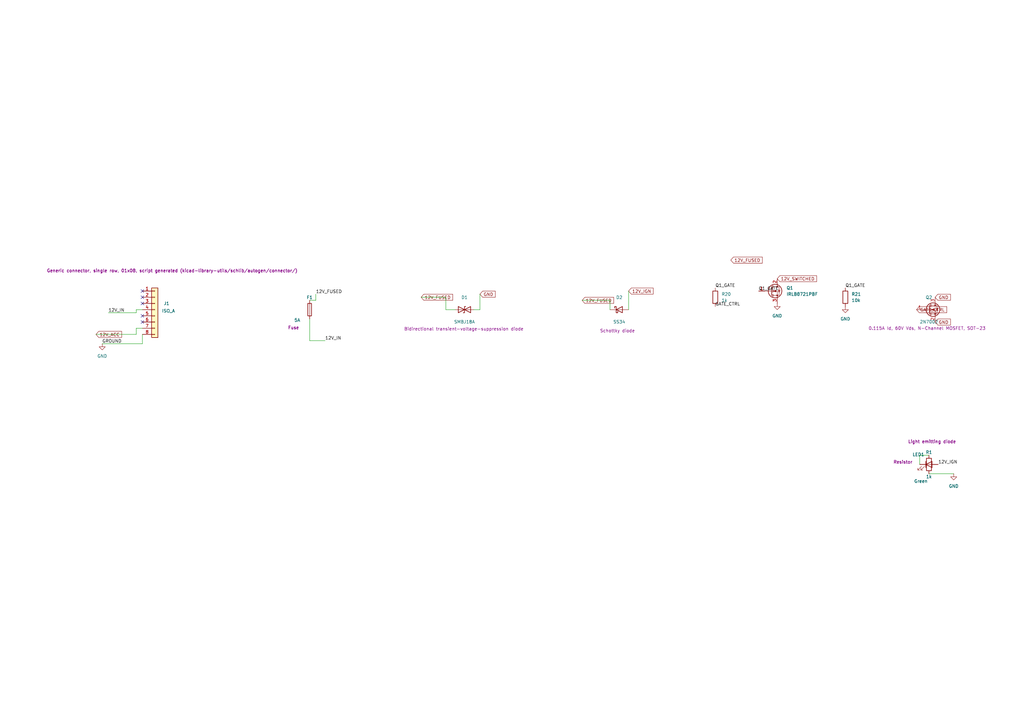
<source format=kicad_sch>
(kicad_sch (version 20250114) (generator "eeschema") (generator_version "9.0")
  (paper "A3")
  (title_block (title "WRX Power & CAN HAT") (date "2026-02-02T00:08:32.410828") (rev "1.0") (company "Auto-generated by Python"))
  (junction (at 114.3 334.01))
  (junction (at 127 349.25))
  (no_connect (at 642.62 317.5))
  (no_connect (at 58.42 119.38))
  (no_connect (at 58.42 121.92))
  (no_connect (at 58.42 124.46))
  (no_connect (at 58.42 129.54))
  (no_connect (at 58.42 132.08))
  (no_connect (at 439.42 515.62))
  (no_connect (at 439.42 518.16))
  (no_connect (at 439.42 520.7))
  (no_connect (at 439.42 523.24))
  (no_connect (at 439.42 525.78))
  (no_connect (at 642.62 320.04))
  (no_connect (at 629.92 571.5))
  (no_connect (at 502.92 571.5))
  (no_connect (at 693.42 568.96))
  (no_connect (at 693.42 571.5))
  (no_connect (at 693.42 574.04))
  (no_connect (at 820.42 756.92))
  (no_connect (at 820.42 759.46))
  (no_connect (at 820.42 762))
  (no_connect (at 820.42 764.54))
  (no_connect (at 820.42 767.08))
  (no_connect (at 375.92 675.64))
  (no_connect (at 375.92 693.42))
  (no_connect (at 375.92 695.96))
  (no_connect (at 388.62 708.66))
  (no_connect (at 375.92 711.2))
  (no_connect (at 388.62 716.28))
  (no_connect (at 388.62 718.82))
  (no_connect (at 375.92 721.36))
  (no_connect (at 375.92 690.88))
  (no_connect (at 439.42 571.5))
  (no_connect (at 375.92 708.66))
  (no_connect (at 459.74 129.54))
  (no_connect (at 566.42 701.04))
  (no_connect (at 375.92 680.72))
  (no_connect (at 388.62 721.36))
  (no_connect (at 459.74 139.7))
  (no_connect (at 561.34 701.04))
  (no_connect (at 13.97 617.22))
  (no_connect (at 566.42 695.96))
  (no_connect (at 439.42 510.54))
  (no_connect (at 566.42 718.82))
  (no_connect (at 439.42 513.08))
  (no_connect (at 629.92 317.5))
  (no_connect (at 388.62 693.42))
  (no_connect (at 375.92 723.9))
  (no_connect (at 388.62 723.9))
  (no_connect (at 566.42 708.66))
  (no_connect (at 566.42 698.5))
  (no_connect (at 439.42 574.04))
  (no_connect (at 388.62 698.5))
  (no_connect (at 375.92 716.28))
  (no_connect (at 429.26 137.16))
  (no_connect (at 388.62 685.8))
  (no_connect (at 375.92 706.12))
  (no_connect (at 459.74 132.08))
  (no_connect (at 388.62 695.96))
  (no_connect (at 439.42 505.46))
  (no_connect (at 375.92 688.34))
  (no_connect (at 388.62 683.26))
  (no_connect (at 388.62 711.2))
  (no_connect (at 629.92 320.04))
  (no_connect (at 388.62 713.74))
  (no_connect (at 375.92 678.18))
  (no_connect (at 375.92 713.74))
  (no_connect (at 388.62 706.12))
  (no_connect (at 459.74 134.62))
  (no_connect (at 388.62 690.88))
  (no_connect (at 566.42 716.28))
  (no_connect (at 375.92 718.82))
  (no_connect (at 375.92 683.26))
  (no_connect (at 459.74 137.16))
  (no_connect (at 439.42 528.32))
  (no_connect (at 439.42 508))
  (wire (pts (xy 196.85 120.65) (xy 196.85 127)))
  (wire (pts (xy 55.88 128.27) (xy 55.88 127)))
  (wire (pts (xy 238.76 123.19) (xy 250.19 123.19)))
  (wire (pts (xy 127 139.7) (xy 127 130.81)))
  (wire (pts (xy 41.91 140.97) (xy 58.42 140.97)))
  (wire (pts (xy 377.19 186.69) (xy 381 186.69)))
  (wire (pts (xy 139.7 344.17) (xy 140.97 344.17)))
  (wire (pts (xy 504.19 317.5) (xy 504.19 377.19)))
  (wire (pts (xy 504.19 377.19) (xy 508 377.19)))
  (wire (pts (xy 567.69 317.5) (xy 567.69 377.19)))
  (wire (pts (xy 567.69 377.19) (xy 571.5 377.19)))
  (wire (pts (xy 172.72 121.92) (xy 182.88 121.92)))
  (wire (pts (xy 182.88 127) (xy 186.69 127)))
  (wire (pts (xy 55.88 134.62) (xy 58.42 134.62)))
  (wire (pts (xy 44.45 128.27) (xy 55.88 128.27)))
  (wire (pts (xy 129.54 120.65) (xy 129.54 123.19)))
  (wire (pts (xy 55.88 127) (xy 58.42 127)))
  (wire (pts (xy 381 194.31) (xy 391.16 194.31)))
  (wire (pts (xy 58.42 140.97) (xy 58.42 137.16)))
  (wire (pts (xy 196.85 127) (xy 194.31 127)))
  (wire (pts (xy 250.19 123.19) (xy 250.19 127)))
  (wire (pts (xy 182.88 121.92) (xy 182.88 127)))
  (wire (pts (xy 113.03 334.01) (xy 114.3 334.01)))
  (wire (pts (xy 129.54 123.19) (xy 127 123.19)))
  (wire (pts (xy 133.35 139.7) (xy 127 139.7)))
  (wire (pts (xy 257.81 119.38) (xy 257.81 127)))
  (wire (pts (xy 113.03 339.09) (xy 114.3 339.09)))
  (wire (pts (xy 127 349.25) (xy 127 350.52)))
  (wire (pts (xy 39.37 137.16) (xy 55.88 137.16)))
  (wire (pts (xy 139.7 339.09) (xy 140.97 339.09)))
  (wire (pts (xy 377.19 186.69) (xy 377.19 190.5)))
  (wire (pts (xy 55.88 137.16) (xy 55.88 134.62)))
  (wire (pts (xy 373.38 433.07) (xy 374.65 433.07)))
  (label "CANH" (at 581.66 698.5 0))
  (label "U1_FB" (at 139.7 344.17 0))
  (label "U1_FB" (at 254 384.81 0))
  (label "GND" (at 356.87 438.15 0))
  (label "CAN_RX" (at 561.34 698.5 0))
  (label "12V_IN" (at 133.35 139.7 0))
  (label "GND" (at 444.5 147.32 0))
  (label "IGN_DETECT" (at 269.24 505.46 0))
  (label "12V_IN" (at 44.45 128.27 0))
  (label "+5V" (at 190.5 321.31 0))
  (label "CAN_INT" (at 459.74 127 0))
  (label "OSC2" (at 422.91 147.32 0))
  (label "SPI_SCLK" (at 429.26 119.38 0))
  (label "GND" (at 254 523.24 0))
  (label "Q1_GATE" (at 293.37 118.11 0))
  (global_label "12V_ACC" (shape input) (at 39.37 137.16 0) (property "Intersheetrefs" "${INTERSHEET_REFS}" (effects (hide yes))))
  (label "OSC1" (at 433.07 149.86 0))
  (label "12V_IGN" (at 113.03 339.09 0))
  (label "U1_BOOT" (at 139.7 334.01 0))
  (label "Q1_GATE" (at 311.15 119.38 0))
  (label "GND" (at 561.34 703.58 0))
  (label "GND" (at 433.07 157.48 0))
  (label "OSC2" (at 424.18 152.4 0))
  (label "U1_SW" (at 168.91 342.9 0))
  (label "U1_SW" (at 190.5 313.69 0))
  (label "GND" (at 127 350.52 0))
  (label "GROUND" (at 41.91 140.97 0))
  (label "U1_BOOT" (at 168.91 350.52 0))
  (label "+5V" (at 373.38 433.07 0))
  (label "SPI_MOSI" (at 429.26 111.76 0))
  (label "+3.3V" (at 459.74 142.24 0))
  (label "+5V" (at 356.87 430.53 0))
  (label "OSC1" (at 429.26 134.62 0))
  (label "+3.3V" (at 444.5 106.68 0))
  (label "U1_SW" (at 140.97 339.09 0))
  (label "RESET" (at 269.24 513.08 0))
  (label "Q1_GATE" (at 346.71 118.11 0))
  (label "GND" (at 254 377.19 0))
  (label "HEARTBEAT_LED" (at 269.24 500.38 0))
  (label "TIMER_LED" (at 269.24 502.92 0))
  (label "CAN_RX" (at 459.74 111.76 0))
  (label "+3.3V" (at 403.86 431.8 0))
  (label "CAN_TX" (at 561.34 695.96 0))
  (label "GND" (at 424.18 160.02 0))
  (label "12V_IGN" (at 113.03 334.01 0))
  (label "SHUTDOWN_REQ" (at 269.24 510.54 0))
  (label "GND" (at 571.5 708.66 0))
  (label "OSC2" (at 429.26 132.08 0))
  (label "GND" (at 403.86 439.42 0))
  (label "+3.3V" (at 571.5 690.88 0))
  (label "GND" (at 381 440.69 0))
  (label "12V_IGN" (at 384.81 190.5 0))
  (label "+3.3V" (at 388.62 433.07 0))
  (label "GATE_CTRL" (at 293.37 125.73 0))
  (label "CANL" (at 581.66 701.04 0))
  (label "OSC1" (at 430.53 147.32 0))
  (label "+3.3V" (at 254 492.76 0))
  (label "GATE_CTRL" (at 269.24 508 0))
  (label "U1_FB" (at 317.5 384.81 0))
  (label "CAN_TX" (at 459.74 114.3 0))
  (label "SPI_CE0" (at 429.26 116.84 0))
  (label "+5V" (at 317.5 377.19 0))
  (label "SPI_MISO" (at 429.26 114.3 0))
  (label "12V_FUSED" (at 129.54 120.65 0))
  (global_label "SPI_SCLK" (shape input) (at 439.42 495.3 0) (property "Intersheetrefs" "${INTERSHEET_REFS}" (effects (hide yes))))
  (global_label "IGN_DETECT" (shape input) (at 317.5 567.69 0) (property "Intersheetrefs" "${INTERSHEET_REFS}" (effects (hide yes))))
  (global_label "GATE_CTRL" (shape input) (at 444.5 186.69 0) (property "Intersheetrefs" "${INTERSHEET_REFS}" (effects (hide yes))))
  (global_label "SPI_MOSI" (shape input) (at 439.42 497.84 0) (property "Intersheetrefs" "${INTERSHEET_REFS}" (effects (hide yes))))
  (global_label "GND" (shape input) (at 254 702.31 0) (property "Intersheetrefs" "${INTERSHEET_REFS}" (effects (hide yes))))
  (global_label "GND" (shape input) (at 383.54 132.08 0) (property "Intersheetrefs" "${INTERSHEET_REFS}" (effects (hide yes))))
  (global_label "SPI_SCLK" (shape input) (at 436.88 129.54 0) (property "Intersheetrefs" "${INTERSHEET_REFS}" (effects (hide yes))))
  (global_label "Q2_GATE" (shape input) (at 508 186.69 0) (property "Intersheetrefs" "${INTERSHEET_REFS}" (effects (hide yes))))
  (global_label "SPI_MISO" (shape input) (at 439.42 490.22 0) (property "Intersheetrefs" "${INTERSHEET_REFS}" (effects (hide yes))))
  (global_label "GND" (shape input) (at 383.54 121.92 0) (property "Intersheetrefs" "${INTERSHEET_REFS}" (effects (hide yes))))
  (global_label "GND" (shape input) (at 134.62 701.04 0) (property "Intersheetrefs" "${INTERSHEET_REFS}" (effects (hide yes))))
  (global_label "CAN_TX" (shape input) (at 566.42 680.72 0) (property "Intersheetrefs" "${INTERSHEET_REFS}" (effects (hide yes))))
  (global_label "CANL" (shape input) (at 566.42 690.88 0) (property "Intersheetrefs" "${INTERSHEET_REFS}" (effects (hide yes))))
  (global_label "+3.3V" (shape input) (at 132.08 701.04 0) (property "Intersheetrefs" "${INTERSHEET_REFS}" (effects (hide yes))))
  (global_label "+3.3V" (shape input) (at 127 567.69 0) (property "Intersheetrefs" "${INTERSHEET_REFS}" (effects (hide yes))))
  (global_label "GND" (shape input) (at 127 575.31 0) (property "Intersheetrefs" "${INTERSHEET_REFS}" (effects (hide yes))))
  (global_label "+5V" (shape input) (at 190.5 694.69 0) (property "Intersheetrefs" "${INTERSHEET_REFS}" (effects (hide yes))))
  (global_label "GND" (shape input) (at 190.5 702.31 0) (property "Intersheetrefs" "${INTERSHEET_REFS}" (effects (hide yes))))
  (global_label "GND" (shape input) (at 254 575.31 0) (property "Intersheetrefs" "${INTERSHEET_REFS}" (effects (hide yes))))
  (global_label "+3.3V" (shape input) (at 444.5 377.19 0) (property "Intersheetrefs" "${INTERSHEET_REFS}" (effects (hide yes))))
  (global_label "GND" (shape input) (at 444.5 384.81 0) (property "Intersheetrefs" "${INTERSHEET_REFS}" (effects (hide yes))))
  (global_label "XTAL2" (shape input) (at 635 186.69 0) (property "Intersheetrefs" "${INTERSHEET_REFS}" (effects (hide yes))))
  (global_label "GND" (shape input) (at 635 194.31 0) (property "Intersheetrefs" "${INTERSHEET_REFS}" (effects (hide yes))))
  (global_label "+3.3V" (shape input) (at 381 504.19 0) (property "Intersheetrefs" "${INTERSHEET_REFS}" (effects (hide yes))))
  (global_label "RESET" (shape input) (at 381 511.81 0) (property "Intersheetrefs" "${INTERSHEET_REFS}" (effects (hide yes))))
  (global_label "CAN_INT" (shape input) (at 444.5 123.19 0) (property "Intersheetrefs" "${INTERSHEET_REFS}" (effects (hide yes))))
  (global_label "FAN_PWM" (shape input) (at 571.5 567.69 0) (property "Intersheetrefs" "${INTERSHEET_REFS}" (effects (hide yes))))
  (global_label "GND" (shape input) (at 571.5 575.31 0) (property "Intersheetrefs" "${INTERSHEET_REFS}" (effects (hide yes))))
  (global_label "12V_FUSED" (shape input) (at 299.72 106.68 0) (property "Intersheetrefs" "${INTERSHEET_REFS}" (effects (hide yes))))
  (global_label "GND" (shape input) (at 317.5 575.31 0) (property "Intersheetrefs" "${INTERSHEET_REFS}" (effects (hide yes))))
  (global_label "GND" (shape input) (at 388.62 680.72 0) (property "Intersheetrefs" "${INTERSHEET_REFS}" (effects (hide yes))))
  (global_label "+5V" (shape input) (at 388.62 675.64 0) (property "Intersheetrefs" "${INTERSHEET_REFS}" (effects (hide yes))))
  (global_label "+3.3V" (shape input) (at 439.42 492.76 0) (property "Intersheetrefs" "${INTERSHEET_REFS}" (effects (hide yes))))
  (global_label "RESET" (shape input) (at 439.42 500.38 0) (property "Intersheetrefs" "${INTERSHEET_REFS}" (effects (hide yes))))
  (global_label "IGN_DETECT" (shape input) (at 132.08 695.96 0) (property "Intersheetrefs" "${INTERSHEET_REFS}" (effects (hide yes))))
  (global_label "+3.3V" (shape input) (at 571.5 194.31 0) (property "Intersheetrefs" "${INTERSHEET_REFS}" (effects (hide yes))))
  (global_label "SPI_SCLK" (shape input) (at 375.92 703.58 0) (property "Intersheetrefs" "${INTERSHEET_REFS}" (effects (hide yes))))
  (global_label "GND" (shape input) (at 820.42 769.62 0) (property "Intersheetrefs" "${INTERSHEET_REFS}" (effects (hide yes))))
  (global_label "HEARTBEAT_LED" (shape input) (at 254 500.38 0) (property "Intersheetrefs" "${INTERSHEET_REFS}" (effects (hide yes))))
  (global_label "HEARTBEAT_LED" (shape input) (at 571.5 384.81 180) (property "Intersheetrefs" "${INTERSHEET_REFS}" (effects (hide yes))))
  (global_label "XTAL1" (shape input) (at 186.69 571.5 0) (property "Intersheetrefs" "${INTERSHEET_REFS}" (effects (hide yes))))
  (global_label "12V_FUSED" (shape input) (at 172.72 121.92 0) (property "Intersheetrefs" "${INTERSHEET_REFS}" (effects (hide yes))))
  (global_label "GND" (shape input) (at 243.84 508 0) (property "Intersheetrefs" "${INTERSHEET_REFS}" (effects (hide yes))))
  (global_label "GND" (shape input) (at 196.85 120.65 0) (property "Intersheetrefs" "${INTERSHEET_REFS}" (effects (hide yes))))
  (global_label "R6_OUT" (shape input) (at 121.92 701.04 0) (property "Intersheetrefs" "${INTERSHEET_REFS}" (effects (hide yes))))
  (global_label "IGN_DETECT" (shape input) (at 243.84 510.54 0) (property "Intersheetrefs" "${INTERSHEET_REFS}" (effects (hide yes))))
  (global_label "+5V" (shape input) (at 254 567.69 0) (property "Intersheetrefs" "${INTERSHEET_REFS}" (effects (hide yes))))
  (global_label "SPI_CE0" (shape input) (at 436.88 124.46 0) (property "Intersheetrefs" "${INTERSHEET_REFS}" (effects (hide yes))))
  (global_label "TIMER_LED" (shape input) (at 254 518.16 0) (property "Intersheetrefs" "${INTERSHEET_REFS}" (effects (hide yes))))
  (global_label "TIMER_LED" (shape input) (at 508 384.81 180) (property "Intersheetrefs" "${INTERSHEET_REFS}" (effects (hide yes))))
  (global_label "+3.3V" (shape input) (at 575.31 317.5 0) (property "Intersheetrefs" "${INTERSHEET_REFS}" (effects (hide yes))))
  (global_label "12V_IGN" (shape input) (at 257.81 119.38 0) (property "Intersheetrefs" "${INTERSHEET_REFS}" (effects (hide yes))))
  (global_label "GND" (shape input) (at 571.5 765.81 0) (property "Intersheetrefs" "${INTERSHEET_REFS}" (effects (hide yes))))
  (global_label "12V_FUSED" (shape input) (at 238.76 123.19 0) (property "Intersheetrefs" "${INTERSHEET_REFS}" (effects (hide yes))))
  (global_label "AUDIO_L_OUT" (shape input) (at 571.5 829.31 0) (property "Intersheetrefs" "${INTERSHEET_REFS}" (effects (hide yes))))
  (global_label "AUDIO_R+" (shape input) (at 635 377.19 0) (property "Intersheetrefs" "${INTERSHEET_REFS}" (effects (hide yes))))
  (global_label "GND" (shape input) (at 635 384.81 0) (property "Intersheetrefs" "${INTERSHEET_REFS}" (effects (hide yes))))
  (global_label "AUDIO_R-" (shape input) (at 635 821.69 0) (property "Intersheetrefs" "${INTERSHEET_REFS}" (effects (hide yes))))
  (global_label "+3.3V" (shape input) (at 698.5 694.69 0) (property "Intersheetrefs" "${INTERSHEET_REFS}" (effects (hide yes))))
  (global_label "GND" (shape input) (at 698.5 702.31 0) (property "Intersheetrefs" "${INTERSHEET_REFS}" (effects (hide yes))))
  (global_label "+3.3V" (shape input) (at 698.5 758.19 0) (property "Intersheetrefs" "${INTERSHEET_REFS}" (effects (hide yes))))
  (global_label "GND" (shape input) (at 698.5 765.81 0) (property "Intersheetrefs" "${INTERSHEET_REFS}" (effects (hide yes))))
  (global_label "AUDIO_L_OUT" (shape input) (at 762 758.19 0) (property "Intersheetrefs" "${INTERSHEET_REFS}" (effects (hide yes))))
  (global_label "GND" (shape input) (at 762 765.81 0) (property "Intersheetrefs" "${INTERSHEET_REFS}" (effects (hide yes))))
  (global_label "+5V" (shape input) (at 635 694.69 0) (property "Intersheetrefs" "${INTERSHEET_REFS}" (effects (hide yes))))
  (global_label "GND" (shape input) (at 566.42 683.26 0) (property "Intersheetrefs" "${INTERSHEET_REFS}" (effects (hide yes))))
  (global_label "SHUTDOWN_REQ" (shape input) (at 264.16 510.54 0) (property "Intersheetrefs" "${INTERSHEET_REFS}" (effects (hide yes))))
  (global_label "GND" (shape input) (at 119.38 695.96 0) (property "Intersheetrefs" "${INTERSHEET_REFS}" (effects (hide yes))))
  (global_label "CAN_RX" (shape input) (at 566.42 688.34 0) (property "Intersheetrefs" "${INTERSHEET_REFS}" (effects (hide yes))))
  (global_label "+3.3V" (shape input) (at 381 567.69 0) (property "Intersheetrefs" "${INTERSHEET_REFS}" (effects (hide yes))))
  (global_label "GND" (shape input) (at 439.42 502.92 0) (property "Intersheetrefs" "${INTERSHEET_REFS}" (effects (hide yes))))
  (global_label "SPI_CE0" (shape input) (at 388.62 703.58 0) (property "Intersheetrefs" "${INTERSHEET_REFS}" (effects (hide yes))))
  (global_label "12V_IGN" (shape input) (at 127 706.12 0) (property "Intersheetrefs" "${INTERSHEET_REFS}" (effects (hide yes))))
  (global_label "CANH" (shape input) (at 566.42 693.42 0) (property "Intersheetrefs" "${INTERSHEET_REFS}" (effects (hide yes))))
  (global_label "GATE_CTRL" (shape input) (at 264.16 508 0) (property "Intersheetrefs" "${INTERSHEET_REFS}" (effects (hide yes))))
  (global_label "GATE_CTRL" (shape input) (at 375.92 127 0) (property "Intersheetrefs" "${INTERSHEET_REFS}" (effects (hide yes))))
  (global_label "XTAL1" (shape input) (at 571.5 758.19 0) (property "Intersheetrefs" "${INTERSHEET_REFS}" (effects (hide yes))))
  (global_label "FAN-" (shape input) (at 629.92 574.04 0) (property "Intersheetrefs" "${INTERSHEET_REFS}" (effects (hide yes))))
  (global_label "FAN-" (shape input) (at 574.04 502.92 180) (property "Intersheetrefs" "${INTERSHEET_REFS}" (effects (hide yes))))
  (global_label "FAN_PWM" (shape input) (at 566.42 508 180) (property "Intersheetrefs" "${INTERSHEET_REFS}" (effects (hide yes))))
  (global_label "GND" (shape input) (at 574.04 513.08 180) (property "Intersheetrefs" "${INTERSHEET_REFS}" (effects (hide yes))))
  (global_label "SPI_MISO" (shape input) (at 375.92 701.04 0) (property "Intersheetrefs" "${INTERSHEET_REFS}" (effects (hide yes))))
  (global_label "AUDIO_R_OUT" (shape input) (at 698.5 829.31 0) (property "Intersheetrefs" "${INTERSHEET_REFS}" (effects (hide yes))))
  (global_label "12V_SWITCHED" (shape input) (at 318.77 114.3 0) (property "Intersheetrefs" "${INTERSHEET_REFS}" (effects (hide yes))))
  (global_label "12V_ACC" (shape input) (at 317.5 504.19 0) (property "Intersheetrefs" "${INTERSHEET_REFS}" (effects (hide yes))))
  (global_label "R6_OUT" (shape input) (at 317.5 511.81 0) (property "Intersheetrefs" "${INTERSHEET_REFS}" (effects (hide yes))))
  (global_label "+3.3V" (shape input) (at 243.84 513.08 0) (property "Intersheetrefs" "${INTERSHEET_REFS}" (effects (hide yes))))
  (global_label "AUDIO_R_OUT" (shape input) (at 762 829.31 0) (property "Intersheetrefs" "${INTERSHEET_REFS}" (effects (hide yes))))
  (global_label "AUDIO_R+" (shape input) (at 698.5 821.69 0) (property "Intersheetrefs" "${INTERSHEET_REFS}" (effects (hide yes))))
  (global_label "GND" (shape input) (at 375.92 685.8 0) (property "Intersheetrefs" "${INTERSHEET_REFS}" (effects (hide yes))))
  (global_label "+3.3V" (shape input) (at 571.5 186.69 0) (property "Intersheetrefs" "${INTERSHEET_REFS}" (effects (hide yes))))
  (global_label "GND" (shape input) (at 119.38 701.04 0) (property "Intersheetrefs" "${INTERSHEET_REFS}" (effects (hide yes))))
  (global_label "GND" (shape input) (at 134.62 698.5 0) (property "Intersheetrefs" "${INTERSHEET_REFS}" (effects (hide yes))))
  (global_label "+5V" (shape input) (at 388.62 678.18 0) (property "Intersheetrefs" "${INTERSHEET_REFS}" (effects (hide yes))))
  (global_label "SPI_MOSI" (shape input) (at 375.92 698.5 0) (property "Intersheetrefs" "${INTERSHEET_REFS}" (effects (hide yes))))
  (global_label "+3.3V" (shape input) (at 566.42 685.8 0) (property "Intersheetrefs" "${INTERSHEET_REFS}" (effects (hide yes))))
  (global_label "IGN_DETECT" (shape input) (at 254 694.69 0) (property "Intersheetrefs" "${INTERSHEET_REFS}" (effects (hide yes))))
  (global_label "CANH" (shape input) (at 571.5 377.19 0) (property "Intersheetrefs" "${INTERSHEET_REFS}" (effects (hide yes))))
  (global_label "GND" (shape input) (at 508 194.31 0) (property "Intersheetrefs" "${INTERSHEET_REFS}" (effects (hide yes))))
  (global_label "+3.3V" (shape input) (at 511.81 317.5 0) (property "Intersheetrefs" "${INTERSHEET_REFS}" (effects (hide yes))))
  (global_label "AUDIO_R-" (shape input) (at 762 821.69 0) (property "Intersheetrefs" "${INTERSHEET_REFS}" (effects (hide yes))))
  (global_label "GND" (shape input) (at 635 702.31 0) (property "Intersheetrefs" "${INTERSHEET_REFS}" (effects (hide yes))))
  (global_label "SHUTDOWN_REQ" (shape input) (at 388.62 688.34 0) (property "Intersheetrefs" "${INTERSHEET_REFS}" (effects (hide yes))))
  (global_label "CANH" (shape input) (at 629.92 314.96 0) (property "Intersheetrefs" "${INTERSHEET_REFS}" (effects (hide yes))))
  (global_label "IGN_DETECT" (shape input) (at 134.62 695.96 0) (property "Intersheetrefs" "${INTERSHEET_REFS}" (effects (hide yes))))
  (global_label "GND" (shape input) (at 381 575.31 0) (property "Intersheetrefs" "${INTERSHEET_REFS}" (effects (hide yes))))
  (global_label "+3.3V" (shape input) (at 635 758.19 0) (property "Intersheetrefs" "${INTERSHEET_REFS}" (effects (hide yes))))
  (global_label "CANL" (shape input) (at 502.92 574.04 0) (property "Intersheetrefs" "${INTERSHEET_REFS}" (effects (hide yes))))
  (global_label "CANL" (shape input) (at 642.62 314.96 0) (property "Intersheetrefs" "${INTERSHEET_REFS}" (effects (hide yes))))
  (global_label "LED2_ANODE" (shape input) (at 444.5 130.81 0) (property "Intersheetrefs" "${INTERSHEET_REFS}" (effects (hide yes))))
  (global_label "GND" (shape input) (at 121.92 695.96 0) (property "Intersheetrefs" "${INTERSHEET_REFS}" (effects (hide yes))))
  (global_label "CAN_INT" (shape input) (at 388.62 701.04 0) (property "Intersheetrefs" "${INTERSHEET_REFS}" (effects (hide yes))))
  (global_label "AUDIO_L_OUT" (shape input) (at 635 829.31 0) (property "Intersheetrefs" "${INTERSHEET_REFS}" (effects (hide yes))))
  (global_label "Q2_GATE" (shape input) (at 444.5 194.31 0) (property "Intersheetrefs" "${INTERSHEET_REFS}" (effects (hide yes))))
  (global_label "FAN_PWM" (shape input) (at 571.5 821.69 0) (property "Intersheetrefs" "${INTERSHEET_REFS}" (effects (hide yes))))
  (global_label "XTAL2" (shape input) (at 194.31 571.5 0) (property "Intersheetrefs" "${INTERSHEET_REFS}" (effects (hide yes))))
  (global_label "GND" (shape input) (at 635 765.81 0) (property "Intersheetrefs" "${INTERSHEET_REFS}" (effects (hide yes))))
  (symbol (lib_id "Device:C") (at 635 190.5 0) (unit 1)
    (property "Reference" "C10" (at 635 185.5 0))
    (property "Value" "10uF" (at 635 195.5 0))
    (property "Description" "Unpolarized capacitor" (at 635.254 180.34 0))
  )
  (symbol (lib_id "power:PWR_FLAG") (at 114.3 334.01 0) (unit 1)
    (property "Reference" "#FLG02" (effects (hide yes)))
    (property "Value" "PWR_FLAG" (at 114.3 328.93 0))
    (property "Description" "Special symbol for telling ERC where power comes from" (effects (hide yes)))
  )
  (symbol (lib_id "Device:R") (at 254 381 0) (unit 1)
    (property "Reference" "R4" (at 253.746 372.872 0))
    (property "Value" "10k" (at 254 386 0))
    (property "Description" "Resistor" (at 254 381 0))
  )
  (symbol (lib_id "Device:R") (at 317.5 381 0) (unit 1)
    (property "Reference" "R5" (at 316.992 373.888 0))
    (property "Value" "51k" (at 317.5 386 0))
    (property "Description" "Resistor" (at 317.5 381 0))
  )
  (symbol (lib_id "Device:Crystal") (at 190.5 571.5 0) (unit 1)
    (property "Reference" "Y1" (at 190.5 566.5 0))
    (property "Value" "16MHz" (at 190.5 576.5 0))
    (property "Description" "Two pin crystal" (at 188.468 580.39 0))
  )
  (symbol (lib_id "power:GND") (at 391.16 194.31 0) (unit 1)
    (property "Reference" "#PWR04" (effects (hide yes)))
    (property "Value" "GND" (at 391.16 199.39 0))
    (property "Description" "Power symbol creates a global label with name \"GND\" , ground" (effects (hide yes)))
  )
  (symbol (lib_id "Device:C") (at 698.5 762 0) (unit 1)
    (property "Reference" "C14" (at 695.452 755.65 0))
    (property "Value" "2.2uF" (at 698.5 767 0))
    (property "Description" "Unpolarized capacitor" (at 698.246 770.382 0))
  )
  (symbol (lib_id "Regulator_Switching:TPS54560BDDA") (at 127 339.09 0) (unit 1)
    (property "Reference" "U1" (at 127 326.39 0))
    (property "Value" "TPS54560BDDA" (at 127 328.93 0))
    (property "Footprint" "Package_SO:Texas_R-PDSO-G8_EP2.95x4.9mm_Mask2.4x3.1mm_ThermalVias" (effects (hide yes)))
    (property "Datasheet" "https://www.ti.com/lit/ds/symlink/tps54560b.pdf" (effects (hide yes)))
    (property "Description" "5A, Step Down DC-DC Converter, 4.5-60V Input Voltage, Texas R-PDSO-G8" (effects (hide yes)))
  )
  (symbol (lib_id "Connector_Generic:Conn_01x16") (at 444.5 508 0) (unit 1)
    (property "Reference" "J3" (at 453.898 505.968 0))
    (property "Value" "OBD-II" (at 454.152 511.81 0))
    (property "Description" "Generic connector, single row, 01x16, script generated (kicad-library-utils/schlib/autogen/connector/)" (at 448.31 535.94 0))
  )
  (symbol (lib_id "Connector_Generic:Conn_01x02") (at 635 571.5 0) (unit 1)
    (property "Reference" "J6" (at 635 566.5 0))
    (property "Value" "FAN" (at 635 576.5 0))
    (property "Description" "Generic connector, single row, 01x02, script generated (kicad-library-utils/schlib/autogen/connector/)" (at 636.27 581.406 0))
  )
  (symbol (lib_id "Device:R") (at 635 381 0) (unit 1)
    (property "Reference" "R16" (at 635 376 0))
    (property "Value" "470" (at 635 386 0))
    (property "Description" "Resistor" (at 636.016 389.382 0))
  )
  (symbol (lib_id "Device:R") (at 381 508 0) (unit 1)
    (property "Reference" "R8" (at 381 503 0))
    (property "Value" "120" (at 381 513 0))
    (property "Description" "Resistor" (at 379.222 498.348 0))
  )
  (symbol (lib_id "power:PWR_FLAG") (at 374.65 433.07 0) (unit 1)
    (property "Reference" "#FLG01" (effects (hide yes)))
    (property "Value" "PWR_FLAG" (at 374.65 427.99 0))
    (property "Description" "Special symbol for telling ERC where power comes from" (effects (hide yes)))
  )
  (symbol (lib_id "Device:C") (at 635 698.5 0) (unit 1)
    (property "Reference" "C11" (at 633.476 690.626 0))
    (property "Value" "1uF" (at 635 703.5 0))
    (property "Description" "Unpolarized capacitor" (at 637.286 706.374 0))
  )
  (symbol (lib_id "Connector:Screw_Terminal_01x02") (at 444.5 571.5 0) (unit 1)
    (property "Reference" "J4" (at 444.5 566.5 0))
    (property "Value" "CAN_Term" (at 444.5 576.5 0))
    (property "Description" "Generic screw terminal, single row, 01x02, script generated (kicad-library-utils/schlib/autogen/connector/)" (at 442.722 562.61 0))
  )
  (symbol (lib_id "Device:D_Schottky") (at 254 127 0) (unit 1)
    (property "Reference" "D2" (at 254 122 0))
    (property "Value" "SS34" (at 254 132 0))
    (property "Description" "Schottky diode" (at 253.238 135.636 0))
  )
  (symbol (lib_id "Device:R") (at 346.71 121.92 0) (unit 1)
    (property "Reference" "R21" (at 349.25 120.6499 0) (effects (justify left)))
    (property "Value" "10k" (at 349.25 123.1899 0) (effects (justify left)))
    (property "Description" "Resistor" (effects (hide yes)))
  )
  (symbol (lib_id "power:PWR_FLAG") (at 127 349.25 0) (unit 1)
    (property "Reference" "#FLG03" (effects (hide yes)))
    (property "Value" "PWR_FLAG" (at 127 344.17 0))
    (property "Description" "Special symbol for telling ERC where power comes from" (effects (hide yes)))
  )
  (symbol (lib_id "Device:C") (at 571.5 190.5 0) (unit 1)
    (property "Reference" "C8" (at 571.5 185.5 0))
    (property "Value" "100nF" (at 571.5 195.5 0))
    (property "Description" "Unpolarized capacitor" (at 570.992 181.102 0))
  )
  (symbol (lib_id "power:GND") (at 318.77 124.46 0) (unit 1)
    (property "Reference" "#PWR02" (effects (hide yes)))
    (property "Value" "GND" (at 318.77 129.54 0))
    (property "Description" "Power symbol creates a global label with name \"GND\" , ground" (effects (hide yes)))
  )
  (symbol (lib_id "Device:C") (at 381 571.5 0) (unit 1)
    (property "Reference" "C6" (at 381 566.5 0))
    (property "Value" "22pF" (at 381 576.5 0))
    (property "Description" "Unpolarized capacitor" (at 382.524 580.39 0))
  )
  (symbol (lib_id "Device:C") (at 635 762 0) (unit 1)
    (property "Reference" "C12" (at 633.222 755.396 0))
    (property "Value" "2.2uF" (at 635 767 0))
    (property "Description" "Unpolarized capacitor" (at 635.508 770.89 0))
  )
  (symbol (lib_id "Device:L") (at 190.5 317.5 0) (unit 1)
    (property "Reference" "L1" (at 190.5 312.5 0))
    (property "Value" "33uH" (at 190.5 322.5 0))
    (property "Description" "Inductor" (at 190.5 317.5 0))
  )
  (symbol (lib_id "Transistor_FET:IRLB8721PBF") (at 316.23 119.38 0) (unit 1)
    (property "Reference" "Q1" (at 322.58 118.1099 0) (effects (justify left)))
    (property "Value" "IRLB8721PBF" (at 322.58 120.6499 0) (effects (justify left)))
    (property "Footprint" "Package_TO_SOT_THT:TO-220-3_Vertical" (effects (hide yes)))
    (property "Datasheet" "http://www.infineon.com/dgdl/irlb8721pbf.pdf?fileId=5546d462533600a40153566056732591" (effects (hide yes)))
    (property "Description" "62A Id, 30V Vds, 8.7 mOhm Rds, N-Channel HEXFET Power MOSFET, TO-220" (effects (hide yes)))
  )
  (symbol (lib_id "Connector_Generic:Conn_01x08") (at 63.5 127 0) (unit 1)
    (property "Reference" "J1" (at 68.326 124.46 0))
    (property "Value" "ISO_A" (at 69.088 127.508 0))
    (property "Description" "Generic connector, single row, 01x08, script generated (kicad-library-utils/schlib/autogen/connector/)" (at 70.612 110.998 0))
  )
  (symbol (lib_id "Isolator:LTV-817S") (at 127 698.5 0) (unit 1)
    (property "Reference" "U2" (at 127 693.5 0))
    (property "Value" "LTV-817S" (at 127 703.5 0))
    (property "Footprint" "Package_DIP:DIP-4_W7.62mm" (effects (hide yes)))
    (property "Datasheet" "http://www.us.liteon.com/downloads/LTV-817-827-847.PDF" (effects (hide yes)))
    (property "Description" "Optocoupler, Transistor Output, 5000Vrms Isolation, DIP4" (at 127.508 709.422 0))
  )
  (symbol (lib_id "Connector_Generic:Conn_02x20_Odd_Even") (at 381 698.5 0) (unit 1)
    (property "Reference" "J2" (at 382.27 672.592 0))
    (property "Value" "Pi_GPIO" (at 381 703.5 0))
    (property "Description" "Generic connector, double row, 02x20, odd/even pin numbering scheme (row 1 odd numbers, row 2 even numbers), script generated (kicad-library-utils/schlib/autogen/connector/)" (at 381.508 736.346 0))
  )
  (symbol (lib_id "Device:C") (at 254 698.5 0) (unit 1)
    (property "Reference" "C4" (at 254 693.5 0))
    (property "Value" "10uF" (at 254 703.5 0))
    (property "Description" "Unpolarized capacitor" (at 256.54 707.898 0))
  )
  (symbol (lib_id "Device:C") (at 433.07 153.67 0) (unit 1)
    (property "Reference" "C16" (at 436.88 152.3999 0) (effects (justify left)))
    (property "Value" "22pF" (at 436.88 154.9399 0) (effects (justify left)))
    (property "Description" "Unpolarized capacitor" (effects (hide yes)))
  )
  (symbol (lib_id "power:GND") (at 346.71 125.73 0) (unit 1)
    (property "Reference" "#PWR03" (effects (hide yes)))
    (property "Value" "GND" (at 346.71 130.81 0))
    (property "Description" "Power symbol creates a global label with name \"GND\" , ground" (effects (hide yes)))
  )
  (symbol (lib_id "Device:R") (at 571.5 825.5 0) (unit 1)
    (property "Reference" "R15" (at 568.198 818.134 0))
    (property "Value" "1k" (at 571.5 830.5 0))
    (property "Description" "Resistor" (at 573.532 834.898 0))
  )
  (symbol (lib_id "Device:C") (at 444.5 381 0) (unit 1)
    (property "Reference" "C7" (at 444.5 376 0))
    (property "Value" "100nF" (at 444.5 386 0))
    (property "Description" "Unpolarized capacitor" (at 445.262 390.906 0))
  )
  (symbol (lib_id "Device:R") (at 698.5 825.5 0) (unit 1)
    (property "Reference" "R18" (at 695.96 817.372 0))
    (property "Value" "1k" (at 698.5 830.5 0))
    (property "Description" "Resistor" (at 703.58 836.168 0))
  )
  (symbol (lib_id "Device:R") (at 571.5 571.5 0) (unit 1)
    (property "Reference" "R14" (at 571.5 566.5 0))
    (property "Value" "1k" (at 571.5 576.5 0))
    (property "Description" "Resistor" (at 570.484 562.102 0))
  )
  (symbol (lib_id "Connector_Generic:Conn_01x03") (at 698.5 571.5 0) (unit 1)
    (property "Reference" "JP2" (at 698.5 566.5 0))
    (property "Value" "5V/12V" (at 698.5 576.5 0))
    (property "Description" "Generic connector, single row, 01x03, script generated (kicad-library-utils/schlib/autogen/connector/)" (at 698.5 561.848 0))
  )
  (symbol (lib_id "Device:C") (at 424.18 156.21 0) (unit 1)
    (property "Reference" "C17" (at 427.99 154.9399 0) (effects (justify left)))
    (property "Value" "22pF" (at 427.99 157.4799 0) (effects (justify left)))
    (property "Description" "Unpolarized capacitor" (effects (hide yes)))
  )
  (symbol (lib_id "Interface_CAN_LIN:MCP2515-xSO") (at 444.5 127 0) (unit 1)
    (property "Reference" "U4" (at 443.992 118.872 0))
    (property "Value" "MCP2515" (at 455.168 149.606 0))
    (property "Footprint" "Package_SO:SOIC-18W_7.5x11.6mm_P1.27mm" (effects (hide yes)))
    (property "Datasheet" "http://ww1.microchip.com/downloads/en/DeviceDoc/21801e.pdf" (effects (hide yes)))
    (property "Description" "Stand-Alone CAN Controller with SPI Interface, SOIC-18" (effects (hide yes)))
  )
  (symbol (lib_id "Device:C") (at 168.91 346.71 0) (unit 1)
    (property "Reference" "C_BOOT1" (at 172.72 345.4399 0) (effects (justify left)))
    (property "Value" "100nF" (at 172.72 347.9799 0) (effects (justify left)))
    (property "Description" "Unpolarized capacitor" (effects (hide yes)))
  )
  (symbol (lib_id "Device:R") (at 317.5 508 0) (unit 1)
    (property "Reference" "R6" (at 317.5 503 0))
    (property "Value" "10k" (at 317.5 513 0))
    (property "Description" "Resistor" (at 317.5 498.094 0))
  )
  (symbol (lib_id "Device:C") (at 403.86 435.61 0) (unit 1)
    (property "Reference" "C19" (at 407.67 434.3399 0) (effects (justify left)))
    (property "Value" "22uF" (at 407.67 436.8799 0) (effects (justify left)))
    (property "Description" "Unpolarized capacitor" (effects (hide yes)))
  )
  (symbol (lib_id "Device:R") (at 508 190.5 0) (unit 1)
    (property "Reference" "R11" (at 508 185.5 0))
    (property "Value" "10k" (at 508 195.5 0))
    (property "Description" "Resistor" (at 508.762 199.39 0))
  )
  (symbol (lib_id "Connector_Generic:Conn_01x02") (at 508 571.5 0) (unit 1)
    (property "Reference" "JP1" (at 508 566.5 0))
    (property "Value" "Jumper" (at 508 576.5 0))
    (property "Description" "Generic connector, single row, 01x02, script generated (kicad-library-utils/schlib/autogen/connector/)" (at 507.238 580.39 0))
  )
  (symbol (lib_id "Device:R") (at 571.5 381 0) (unit 1)
    (property "Reference" "R13" (at 571.5 376 0))
    (property "Value" "470" (at 571.5 386 0))
    (property "Description" "Resistor" (at 570.738 390.144 0))
  )
  (symbol (lib_id "Device:C") (at 190.5 698.5 0) (unit 1)
    (property "Reference" "C2" (at 190.5 693.5 0))
    (property "Value" "10uF" (at 190.5 703.5 0))
    (property "Description" "Unpolarized capacitor" (at 193.802 707.39 0))
  )
  (symbol (lib_id "Device:R") (at 635 825.5 0) (unit 1)
    (property "Reference" "R17" (at 635.508 819.404 0))
    (property "Value" "1k" (at 635 830.5 0))
    (property "Description" "Resistor" (at 637.032 834.644 0))
  )
  (symbol (lib_id "Device:Crystal") (at 426.72 147.32 0) (unit 1)
    (property "Reference" "Y2" (at 426.72 139.7 0))
    (property "Value" "16Mhz Crystal" (at 426.72 142.24 0))
    (property "Description" "Two pin crystal" (effects (hide yes)))
  )
  (symbol (lib_id "Device:R") (at 444.5 127 0) (unit 1)
    (property "Reference" "R9" (at 444.5 122 0))
    (property "Value" "10k" (at 444.5 132 0))
    (property "Description" "Resistor" (at 444.5 127 0))
  )
  (symbol (lib_id "Device:R") (at 508 381 0) (unit 1)
    (property "Reference" "R12" (at 508 376 0))
    (property "Value" "10k" (at 508 386 0))
    (property "Description" "Resistor" (at 509.778 390.652 0))
  )
  (symbol (lib_id "Connector_Generic:Conn_01x06") (at 825.5 762 0) (unit 1)
    (property "Reference" "J7" (at 832.612 761.492 0))
    (property "Value" "Audio" (at 833.882 770.382 0))
    (property "Description" "Generic connector, single row, 01x06, script generated (kicad-library-utils/schlib/autogen/connector/)" (at 826.008 751.078 0))
  )
  (symbol (lib_id "Device:C") (at 571.5 762 0) (unit 1)
    (property "Reference" "C9" (at 568.198 753.872 0))
    (property "Value" "2.2uF" (at 571.5 767 0))
    (property "Description" "Unpolarized capacitor" (at 573.532 770.382 0))
  )
  (symbol (lib_id "Interface_CAN_LIN:SN65HVD230") (at 571.5 698.5 0) (unit 1)
    (property "Reference" "U5" (at 580.898 688.848 0))
    (property "Value" "SN65HVD230" (at 581.66 708.914 0))
    (property "Footprint" "Package_SO:SOIC-8_3.9x4.9mm_P1.27mm" (effects (hide yes)))
    (property "Datasheet" "http://www.ti.com/lit/ds/symlink/sn65hvd230.pdf" (effects (hide yes)))
    (property "Description" "CAN Bus Transceivers, 3.3V, 1Mbps, Low-Power capabilities, SOIC-8" (effects (hide yes)))
  )
  (symbol (lib_id "Transistor_FET:2N7002") (at 381 127 0) (unit 1)
    (property "Reference" "Q2" (at 381 122 0))
    (property "Value" "2N7002" (at 381 132 0))
    (property "Footprint" "Package_TO_SOT_SMD:SOT-23" (effects (hide yes)))
    (property "Datasheet" "https://www.onsemi.com/pub/Collateral/NDS7002A-D.PDF" (effects (hide yes)))
    (property "Description" "0.115A Id, 60V Vds, N-Channel MOSFET, SOT-23" (at 380.238 134.62 0))
  )
  (symbol (lib_id "Device:LED") (at 571.5 317.5 0) (unit 1)
    (property "Reference" "LED3" (at 571.5 312.5 0))
    (property "Value" "Yellow" (at 571.5 322.5 0))
    (property "Description" "Light emitting diode" (at 571.5 308.864 0))
    (property "Sim.Pins" "1=K 2=A" (effects (hide yes)))
  )
  (symbol (lib_id "Device:C") (at 254 571.5 0) (unit 1)
    (property "Reference" "C3" (at 254 566.5 0))
    (property "Value" "100nF" (at 254 576.5 0))
    (property "Description" "Unpolarized capacitor" (at 255.27 579.882 0))
  )
  (symbol (lib_id "Device:R") (at 444.5 190.5 0) (unit 1)
    (property "Reference" "R10" (at 444.5 185.5 0))
    (property "Value" "1k" (at 444.5 195.5 0))
    (property "Description" "Resistor" (at 444.754 199.39 0))
  )
  (symbol (lib_id "Device:LED") (at 508 317.5 0) (unit 1)
    (property "Reference" "LED2" (at 508 312.5 0))
    (property "Value" "Red" (at 508 322.5 0))
    (property "Description" "Light emitting diode" (at 508.762 309.372 0))
    (property "Sim.Pins" "1=K 2=A" (effects (hide yes)))
  )
  (symbol (lib_id "Transistor_FET:2N7002") (at 571.5 508 0) (unit 1)
    (property "Reference" "Q3" (at 571.5 503 0))
    (property "Value" "2N7002" (at 571.5 513 0))
    (property "Footprint" "Package_TO_SOT_SMD:SOT-23" (effects (hide yes)))
    (property "Datasheet" "https://www.onsemi.com/pub/Collateral/NDS7002A-D.PDF" (effects (hide yes)))
    (property "Description" "0.115A Id, 60V Vds, N-Channel MOSFET, SOT-23" (at 571.754 495.3 0))
  )
  (symbol (lib_id "Device:LED") (at 381 190.5 0) (unit 1)
    (property "Reference" "LED1" (at 376.682 186.436 0))
    (property "Value" "Green" (at 377.698 197.358 0))
    (property "Description" "Light emitting diode" (at 382.27 181.102 0))
    (property "Sim.Pins" "1=K 2=A" (effects (hide yes)))
  )
  (symbol (lib_id "MCU_Microchip_ATtiny:ATtiny85-20P") (at 254 508 0) (unit 1)
    (property "Reference" "U3" (at 247.142 499.11 0))
    (property "Value" "attiny85" (at 253.238 527.05 0))
    (property "Footprint" "Package_DIP:DIP-8_W7.62mm" (effects (hide yes)))
    (property "Datasheet" "http://ww1.microchip.com/downloads/en/DeviceDoc/atmel-2586-avr-8-bit-microcontroller-attiny25-attiny45-attiny85_datasheet.pdf" (effects (hide yes)))
    (property "Description" "20MHz, 8kB Flash, 512B SRAM, 512B EEPROM, debugWIRE, DIP-8" (effects (hide yes)))
  )
  (symbol (lib_id "Device:C") (at 698.5 698.5 0) (unit 1)
    (property "Reference" "C13" (at 695.96 691.388 0))
    (property "Value" "1uF" (at 698.5 703.5 0))
    (property "Description" "Unpolarized capacitor" (at 698.5 707.136 0))
  )
  (symbol (lib_id "Device:C") (at 356.87 434.34 0) (unit 1)
    (property "Reference" "C18" (at 360.68 433.0699 0) (effects (justify left)))
    (property "Value" "10uF" (at 360.68 435.6099 0) (effects (justify left)))
    (property "Description" "Unpolarized capacitor" (effects (hide yes)))
  )
  (symbol (lib_id "Device:C") (at 762 762 0) (unit 1)
    (property "Reference" "C15" (at 757.174 753.618 0))
    (property "Value" "2.2uF" (at 762 767 0))
    (property "Description" "Unpolarized capacitor" (at 764.54 771.398 0))
  )
  (symbol (lib_id "Device:R") (at 381 190.5 0) (unit 1)
    (property "Reference" "R1" (at 381 185.5 0))
    (property "Value" "1k" (at 381 195.5 0))
    (property "Description" "Resistor" (at 370.332 189.484 0))
  )
  (symbol (lib_id "Connector_Generic:Conn_02x03_Odd_Even") (at 635 317.5 0) (unit 1)
    (property "Reference" "J5" (at 635 312.5 0))
    (property "Value" "ISP" (at 635 322.5 0))
    (property "Description" "Generic connector, double row, 02x03, odd/even pin numbering scheme (row 1 odd numbers, row 2 even numbers), script generated (kicad-library-utils/schlib/autogen/connector/)" (at 640.08 301.244 0))
  )
  (symbol (lib_id "Device:C") (at 127 571.5 0) (unit 1)
    (property "Reference" "C1" (at 127 566.5 0))
    (property "Value" "100nF" (at 127 576.5 0))
    (property "Description" "Unpolarized capacitor" (at 129.032 581.406 0))
  )
  (symbol (lib_id "Device:R") (at 762 825.5 0) (unit 1)
    (property "Reference" "R19" (at 760.73 817.88 0))
    (property "Value" "1k" (at 762 830.5 0))
    (property "Description" "Resistor" (at 765.556 834.898 0))
  )
  (symbol (lib_id "Device:D_TVS") (at 190.5 127 0) (unit 1)
    (property "Reference" "D1" (at 190.5 122 0))
    (property "Value" "SMBJ18A" (at 190.5 132 0))
    (property "Description" "Bidirectional transient-voltage-suppression diode" (at 190.246 134.874 0))
  )
  (symbol (lib_id "power:GND") (at 41.91 140.97 0) (unit 1)
    (property "Reference" "#PWR05" (effects (hide yes)))
    (property "Value" "GND" (at 41.91 146.05 0))
    (property "Description" "Power symbol creates a global label with name \"GND\" , ground" (effects (hide yes)))
  )
  (symbol (lib_id "Device:Fuse") (at 127 127 0) (unit 1)
    (property "Reference" "F1" (at 127 122 0))
    (property "Value" "5A" (at 121.92 131.318 0))
    (property "Description" "Fuse" (at 120.396 134.366 0))
  )
  (symbol (lib_id "Device:C") (at 317.5 571.5 0) (unit 1)
    (property "Reference" "C5" (at 317.5 566.5 0))
    (property "Value" "22pF" (at 317.5 576.5 0))
    (property "Description" "Unpolarized capacitor" (at 315.468 580.39 0))
  )
  (symbol (lib_id "power:GND") (at 127 350.52 0) (unit 1)
    (property "Reference" "#PWR01" (effects (hide yes)))
    (property "Value" "GND" (at 127 355.6 0))
    (property "Description" "Power symbol creates a global label with name \"GND\" , ground" (effects (hide yes)))
  )
  (symbol (lib_id "Regulator_Linear:AMS1117-3.3") (at 381 433.07 0) (unit 1)
    (property "Reference" "U6" (at 381 426.72 0))
    (property "Value" "AMS1117-3.3" (at 381 429.26 0))
    (property "Footprint" "Package_TO_SOT_SMD:SOT-223-3_TabPin2" (effects (hide yes)))
    (property "Datasheet" "http://www.advanced-monolithic.com/pdf/ds1117.pdf" (effects (hide yes)))
    (property "Description" "1A Low Dropout regulator, positive, 3.3V fixed output, SOT-223" (effects (hide yes)))
  )
  (symbol (lib_id "Device:R") (at 293.37 121.92 0) (unit 1)
    (property "Reference" "R20" (at 295.91 120.6499 0) (effects (justify left)))
    (property "Value" "1k" (at 295.91 123.1899 0) (effects (justify left)))
    (property "Description" "Resistor" (effects (hide yes)))
  )
)
</source>
